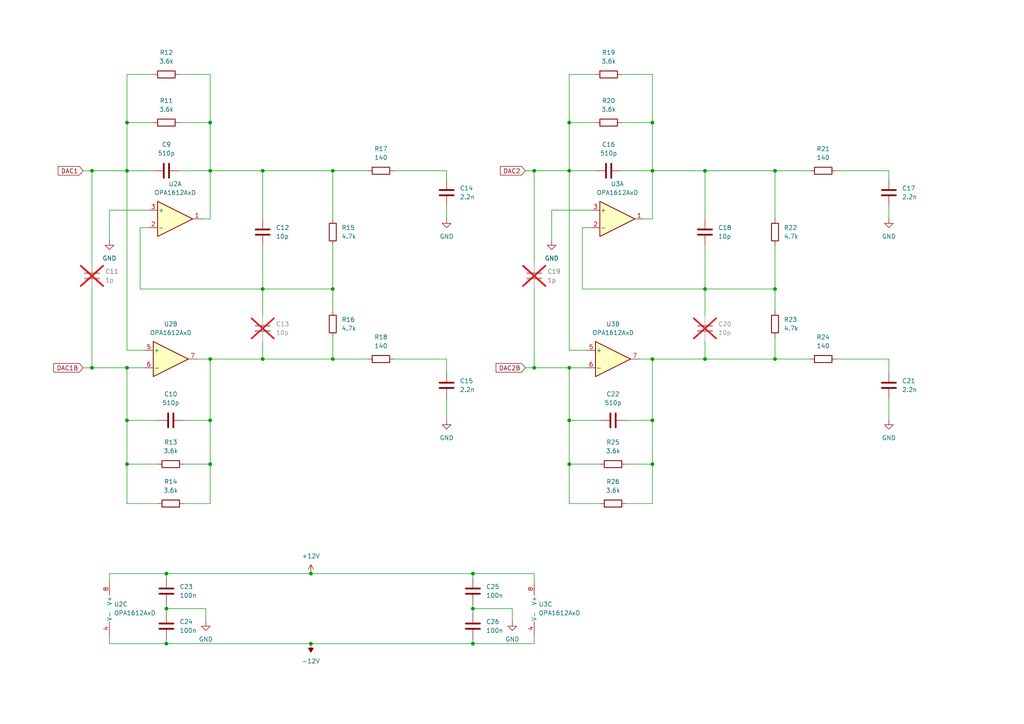
<source format=kicad_sch>
(kicad_sch (version 20250114) (generator "eeschema") (generator_version "9.0")
  (paper "A4")
  (lib_symbols
    (symbol "Amplifier_Operational:OPA1612AxD" (pin_names (offset 0.127))
      (property "Reference" "U" (at 0 5.08 0))
      (property "Value" "OPA1612AxD" (at 0 -5.08 0))
      (symbol "OPA1612AxD_1_1"
        (polyline (pts (xy -5.08 5.08) (xy 5.08 0) (xy -5.08 -5.08) (xy -5.08 5.08)) (stroke (width 0.254)) (fill (type background)))
        (pin input line (at -7.62 2.54 0) (length 2.54) (name "+") (number "3"))
        (pin input line (at -7.62 -2.54 0) (length 2.54) (name "-") (number "2"))
        (pin output line (at 7.62 0 180) (length 2.54) (name "~") (number "1"))
      )
      (symbol "OPA1612AxD_2_1"
        (polyline (pts (xy -5.08 5.08) (xy 5.08 0) (xy -5.08 -5.08) (xy -5.08 5.08)) (stroke (width 0.254)) (fill (type background)))
        (pin input line (at -7.62 2.54 0) (length 2.54) (name "+") (number "5"))
        (pin input line (at -7.62 -2.54 0) (length 2.54) (name "-") (number "6"))
        (pin output line (at 7.62 0 180) (length 2.54) (name "~") (number "7"))
      )
      (symbol "OPA1612AxD_3_1"
        (pin power_in line (at -2.54 7.62 270) (length 3.81) (name "V+") (number "8"))
        (pin power_in line (at -2.54 -7.62 90) (length 3.81) (name "V-") (number "4"))
      )
    )
    (symbol "Device:C" (pin_numbers (hide yes)) (pin_names (offset 0.254))
      (property "Reference" "C" (at 0.635 2.54 0))
      (property "Value" "C" (at 0.635 -2.54 0))
      (symbol "C_0_1"
        (polyline (pts (xy -2.032 0.762) (xy 2.032 0.762)) (stroke (width 0.508)))
        (polyline (pts (xy -2.032 -0.762) (xy 2.032 -0.762)) (stroke (width 0.508)))
      )
      (symbol "C_1_1"
        (pin passive line (at 0 3.81 270) (length 2.794) (name "~") (number "1"))
        (pin passive line (at 0 -3.81 90) (length 2.794) (name "~") (number "2"))
      )
    )
    (symbol "Device:R" (pin_numbers (hide yes)) (pin_names (offset 0))
      (property "Reference" "R" (at 2.032 0 90))
      (property "Value" "R" (at 0 0 90))
      (symbol "R_0_1"
        (rectangle (start -1.016 -2.54) (end 1.016 2.54) (stroke (width 0.254)))
      )
      (symbol "R_1_1"
        (pin passive line (at 0 3.81 270) (length 1.27) (name "~") (number "1"))
        (pin passive line (at 0 -3.81 90) (length 1.27) (name "~") (number "2"))
      )
    )
    (symbol "power:+12V" (power) (pin_numbers (hide yes)) (pin_names (offset 0) (hide yes))
      (property "Value" "+12V" (at 0 3.556 0))
      (symbol "+12V_0_1"
        (polyline (pts (xy -0.762 1.27) (xy 0 2.54)))
        (polyline (pts (xy 0 2.54) (xy 0.762 1.27)))
        (polyline (pts (xy 0 0) (xy 0 2.54)))
      )
      (symbol "+12V_1_1"
        (pin power_in line (at 0 0 90) (length 0) (name "~") (number "1"))
      )
    )
    (symbol "power:-12V" (power) (pin_numbers (hide yes)) (pin_names (offset 0) (hide yes))
      (property "Value" "-12V" (at 0 3.556 0))
      (symbol "-12V_0_0"
        (pin power_in line (at 0 0 90) (length 0) (name "~") (number "1"))
      )
      (symbol "-12V_0_1"
        (polyline (pts (xy 0 0) (xy 0 1.27) (xy 0.762 1.27) (xy 0 2.54) (xy -0.762 1.27) (xy 0 1.27)) (fill (type outline)))
      )
    )
    (symbol "power:GND" (power) (pin_numbers (hide yes)) (pin_names (offset 0) (hide yes))
      (property "Value" "GND" (at 0 -3.81 0))
      (symbol "GND_0_1"
        (polyline (pts (xy 0 0) (xy 0 -1.27) (xy 1.27 -1.27) (xy 0 -2.54) (xy -1.27 -1.27) (xy 0 -1.27)))
      )
      (symbol "GND_1_1"
        (pin power_in line (at 0 0 270) (length 0) (name "~") (number "1"))
      )
    )
    (symbol "power:GNDA" (power) (pin_numbers (hide yes)) (pin_names (offset 0) (hide yes))
      (property "Value" "GNDA" (at 0 -3.81 0))
      (symbol "GNDA_0_1"
        (polyline (pts (xy 0 0) (xy 0 -1.27) (xy 1.27 -1.27) (xy 0 -2.54) (xy -1.27 -1.27) (xy 0 -1.27)))
      )
      (symbol "GNDA_1_1"
        (pin power_in line (at 0 0 270) (length 0) (name "~") (number "1"))
      )
    )
  )
  (junction (at 48.26 176.53))
  (junction (at 48.26 166.37))
  (junction (at 60.96 104.14))
  (junction (at 60.96 121.92))
  (junction (at 60.96 134.62))
  (junction (at 189.23 35.56))
  (junction (at 96.52 104.14))
  (junction (at 224.79 49.53))
  (junction (at 36.83 35.56))
  (junction (at 96.52 83.82))
  (junction (at 224.79 83.82))
  (junction (at 76.2 104.14))
  (junction (at 154.94 49.53))
  (junction (at 96.52 49.53))
  (junction (at 189.23 104.14))
  (junction (at 60.96 49.53))
  (junction (at 204.47 83.82))
  (junction (at 189.23 49.53))
  (junction (at 48.26 186.69))
  (junction (at 204.47 104.14))
  (junction (at 76.2 83.82))
  (junction (at 90.17 166.37))
  (junction (at 36.83 121.92))
  (junction (at 137.16 166.37))
  (junction (at 137.16 186.69))
  (junction (at 36.83 49.53))
  (junction (at 76.2 49.53))
  (junction (at 165.1 35.56))
  (junction (at 165.1 49.53))
  (junction (at 137.16 176.53))
  (junction (at 165.1 106.68))
  (junction (at 224.79 104.14))
  (junction (at 165.1 121.92))
  (junction (at 165.1 134.62))
  (junction (at 26.67 106.68))
  (junction (at 36.83 134.62))
  (junction (at 60.96 35.56))
  (junction (at 26.67 49.53))
  (junction (at 189.23 134.62))
  (junction (at 204.47 49.53))
  (junction (at 90.17 186.69))
  (junction (at 189.23 121.92))
  (junction (at 154.94 106.68))
  (junction (at 36.83 106.68))
  (wire (pts (xy 48.26 176.53) (xy 59.69 176.53)))
  (wire (pts (xy 189.23 104.14) (xy 185.42 104.14)))
  (wire (pts (xy 96.52 49.53) (xy 106.68 49.53)))
  (wire (pts (xy 40.64 83.82) (xy 76.2 83.82)))
  (wire (pts (xy 43.18 60.96) (xy 31.75 60.96)))
  (wire (pts (xy 60.96 104.14) (xy 57.15 104.14)))
  (wire (pts (xy 137.16 176.53) (xy 137.16 177.8)))
  (wire (pts (xy 48.26 185.42) (xy 48.26 186.69)))
  (wire (pts (xy 165.1 101.6) (xy 170.18 101.6)))
  (wire (pts (xy 45.72 134.62) (xy 36.83 134.62)))
  (wire (pts (xy 204.47 83.82) (xy 224.79 83.82)))
  (wire (pts (xy 137.16 176.53) (xy 148.59 176.53)))
  (wire (pts (xy 60.96 49.53) (xy 76.2 49.53)))
  (wire (pts (xy 40.64 66.04) (xy 40.64 83.82)))
  (wire (pts (xy 165.1 35.56) (xy 172.72 35.56)))
  (wire (pts (xy 242.57 49.53) (xy 257.81 49.53)))
  (wire (pts (xy 154.94 166.37) (xy 154.94 168.91)))
  (wire (pts (xy 76.2 49.53) (xy 96.52 49.53)))
  (wire (pts (xy 204.47 104.14) (xy 224.79 104.14)))
  (wire (pts (xy 224.79 97.79) (xy 224.79 104.14)))
  (wire (pts (xy 160.02 60.96) (xy 160.02 69.85)))
  (wire (pts (xy 36.83 121.92) (xy 36.83 134.62)))
  (wire (pts (xy 48.26 186.69) (xy 31.75 186.69)))
  (wire (pts (xy 204.47 99.06) (xy 204.47 104.14)))
  (wire (pts (xy 60.96 134.62) (xy 60.96 121.92)))
  (wire (pts (xy 76.2 71.12) (xy 76.2 83.82)))
  (wire (pts (xy 52.07 35.56) (xy 60.96 35.56)))
  (wire (pts (xy 43.18 66.04) (xy 40.64 66.04)))
  (wire (pts (xy 129.54 121.92) (xy 129.54 115.57)))
  (wire (pts (xy 26.67 106.68) (xy 36.83 106.68)))
  (wire (pts (xy 204.47 49.53) (xy 204.47 63.5)))
  (wire (pts (xy 154.94 106.68) (xy 165.1 106.68)))
  (wire (pts (xy 31.75 168.91) (xy 31.75 166.37)))
  (wire (pts (xy 154.94 49.53) (xy 165.1 49.53)))
  (wire (pts (xy 257.81 107.95) (xy 257.81 104.14)))
  (wire (pts (xy 60.96 134.62) (xy 53.34 134.62)))
  (wire (pts (xy 76.2 83.82) (xy 76.2 91.44)))
  (wire (pts (xy 165.1 134.62) (xy 165.1 146.05)))
  (wire (pts (xy 96.52 71.12) (xy 96.52 83.82)))
  (wire (pts (xy 180.34 21.59) (xy 189.23 21.59)))
  (wire (pts (xy 180.34 35.56) (xy 189.23 35.56)))
  (wire (pts (xy 137.16 175.26) (xy 137.16 176.53)))
  (wire (pts (xy 60.96 21.59) (xy 60.96 35.56)))
  (wire (pts (xy 76.2 83.82) (xy 96.52 83.82)))
  (wire (pts (xy 60.96 49.53) (xy 60.96 63.5)))
  (wire (pts (xy 96.52 83.82) (xy 96.52 90.17)))
  (wire (pts (xy 204.47 71.12) (xy 204.47 83.82)))
  (wire (pts (xy 96.52 49.53) (xy 96.52 63.5)))
  (wire (pts (xy 154.94 184.15) (xy 154.94 186.69)))
  (wire (pts (xy 48.26 166.37) (xy 48.26 167.64)))
  (wire (pts (xy 36.83 49.53) (xy 36.83 101.6)))
  (wire (pts (xy 204.47 49.53) (xy 224.79 49.53)))
  (wire (pts (xy 154.94 83.82) (xy 154.94 106.68)))
  (wire (pts (xy 154.94 186.69) (xy 137.16 186.69)))
  (wire (pts (xy 31.75 186.69) (xy 31.75 184.15)))
  (wire (pts (xy 189.23 121.92) (xy 189.23 104.14)))
  (wire (pts (xy 53.34 146.05) (xy 60.96 146.05)))
  (wire (pts (xy 257.81 121.92) (xy 257.81 115.57)))
  (wire (pts (xy 24.13 106.68) (xy 26.67 106.68)))
  (wire (pts (xy 189.23 134.62) (xy 189.23 121.92)))
  (wire (pts (xy 76.2 49.53) (xy 76.2 63.5)))
  (wire (pts (xy 165.1 121.92) (xy 165.1 134.62)))
  (wire (pts (xy 137.16 186.69) (xy 90.17 186.69)))
  (wire (pts (xy 129.54 59.69) (xy 129.54 63.5)))
  (wire (pts (xy 137.16 166.37) (xy 137.16 167.64)))
  (wire (pts (xy 90.17 186.69) (xy 48.26 186.69)))
  (wire (pts (xy 171.45 66.04) (xy 168.91 66.04)))
  (wire (pts (xy 224.79 49.53) (xy 234.95 49.53)))
  (wire (pts (xy 60.96 63.5) (xy 58.42 63.5)))
  (wire (pts (xy 168.91 83.82) (xy 204.47 83.82)))
  (wire (pts (xy 165.1 49.53) (xy 165.1 35.56)))
  (wire (pts (xy 171.45 60.96) (xy 160.02 60.96)))
  (wire (pts (xy 165.1 121.92) (xy 173.99 121.92)))
  (wire (pts (xy 257.81 49.53) (xy 257.81 52.07)))
  (wire (pts (xy 96.52 104.14) (xy 106.68 104.14)))
  (wire (pts (xy 36.83 21.59) (xy 44.45 21.59)))
  (wire (pts (xy 189.23 35.56) (xy 189.23 49.53)))
  (wire (pts (xy 26.67 49.53) (xy 26.67 76.2)))
  (wire (pts (xy 257.81 59.69) (xy 257.81 63.5)))
  (wire (pts (xy 154.94 49.53) (xy 154.94 76.2)))
  (wire (pts (xy 114.3 49.53) (xy 129.54 49.53)))
  (wire (pts (xy 224.79 104.14) (xy 234.95 104.14)))
  (wire (pts (xy 24.13 49.53) (xy 26.67 49.53)))
  (wire (pts (xy 165.1 35.56) (xy 165.1 21.59)))
  (wire (pts (xy 204.47 83.82) (xy 204.47 91.44)))
  (wire (pts (xy 224.79 49.53) (xy 224.79 63.5)))
  (wire (pts (xy 170.18 106.68) (xy 165.1 106.68)))
  (wire (pts (xy 76.2 99.06) (xy 76.2 104.14)))
  (wire (pts (xy 31.75 166.37) (xy 48.26 166.37)))
  (wire (pts (xy 36.83 146.05) (xy 45.72 146.05)))
  (wire (pts (xy 36.83 49.53) (xy 44.45 49.53)))
  (wire (pts (xy 173.99 134.62) (xy 165.1 134.62)))
  (wire (pts (xy 189.23 63.5) (xy 186.69 63.5)))
  (wire (pts (xy 137.16 185.42) (xy 137.16 186.69)))
  (wire (pts (xy 36.83 35.56) (xy 44.45 35.56)))
  (wire (pts (xy 137.16 166.37) (xy 154.94 166.37)))
  (wire (pts (xy 152.4 106.68) (xy 154.94 106.68)))
  (wire (pts (xy 76.2 104.14) (xy 96.52 104.14)))
  (wire (pts (xy 48.26 176.53) (xy 48.26 177.8)))
  (wire (pts (xy 224.79 71.12) (xy 224.79 83.82)))
  (wire (pts (xy 60.96 146.05) (xy 60.96 134.62)))
  (wire (pts (xy 31.75 60.96) (xy 31.75 69.85)))
  (wire (pts (xy 165.1 49.53) (xy 165.1 101.6)))
  (wire (pts (xy 60.96 35.56) (xy 60.96 49.53)))
  (wire (pts (xy 165.1 106.68) (xy 165.1 121.92)))
  (wire (pts (xy 36.83 101.6) (xy 41.91 101.6)))
  (wire (pts (xy 189.23 134.62) (xy 181.61 134.62)))
  (wire (pts (xy 53.34 121.92) (xy 60.96 121.92)))
  (wire (pts (xy 52.07 49.53) (xy 60.96 49.53)))
  (wire (pts (xy 168.91 66.04) (xy 168.91 83.82)))
  (wire (pts (xy 129.54 107.95) (xy 129.54 104.14)))
  (wire (pts (xy 189.23 49.53) (xy 189.23 63.5)))
  (wire (pts (xy 26.67 49.53) (xy 36.83 49.53)))
  (wire (pts (xy 181.61 121.92) (xy 189.23 121.92)))
  (wire (pts (xy 165.1 49.53) (xy 172.72 49.53)))
  (wire (pts (xy 59.69 176.53) (xy 59.69 180.34)))
  (wire (pts (xy 181.61 146.05) (xy 189.23 146.05)))
  (wire (pts (xy 165.1 146.05) (xy 173.99 146.05)))
  (wire (pts (xy 41.91 106.68) (xy 36.83 106.68)))
  (wire (pts (xy 224.79 83.82) (xy 224.79 90.17)))
  (wire (pts (xy 60.96 104.14) (xy 76.2 104.14)))
  (wire (pts (xy 129.54 49.53) (xy 129.54 52.07)))
  (wire (pts (xy 48.26 175.26) (xy 48.26 176.53)))
  (wire (pts (xy 36.83 134.62) (xy 36.83 146.05)))
  (wire (pts (xy 165.1 21.59) (xy 172.72 21.59)))
  (wire (pts (xy 96.52 97.79) (xy 96.52 104.14)))
  (wire (pts (xy 189.23 21.59) (xy 189.23 35.56)))
  (wire (pts (xy 148.59 176.53) (xy 148.59 180.34)))
  (wire (pts (xy 189.23 146.05) (xy 189.23 134.62)))
  (wire (pts (xy 26.67 83.82) (xy 26.67 106.68)))
  (wire (pts (xy 48.26 166.37) (xy 90.17 166.37)))
  (wire (pts (xy 242.57 104.14) (xy 257.81 104.14)))
  (wire (pts (xy 90.17 166.37) (xy 137.16 166.37)))
  (wire (pts (xy 60.96 121.92) (xy 60.96 104.14)))
  (wire (pts (xy 36.83 35.56) (xy 36.83 21.59)))
  (wire (pts (xy 152.4 49.53) (xy 154.94 49.53)))
  (wire (pts (xy 52.07 21.59) (xy 60.96 21.59)))
  (wire (pts (xy 189.23 104.14) (xy 204.47 104.14)))
  (wire (pts (xy 180.34 49.53) (xy 189.23 49.53)))
  (wire (pts (xy 36.83 121.92) (xy 45.72 121.92)))
  (wire (pts (xy 189.23 49.53) (xy 204.47 49.53)))
  (wire (pts (xy 36.83 106.68) (xy 36.83 121.92)))
  (wire (pts (xy 114.3 104.14) (xy 129.54 104.14)))
  (wire (pts (xy 36.83 49.53) (xy 36.83 35.56)))
  (global_label "DAC1" (shape input) (at 24.13 49.53 180) (property "Intersheetrefs" "${INTERSHEET_REFS}" (effects (hide yes))))
  (global_label "DAC2B" (shape input) (at 152.4 106.68 180) (property "Intersheetrefs" "${INTERSHEET_REFS}" (effects (hide yes))))
  (global_label "DAC1B" (shape input) (at 24.13 106.68 180) (property "Intersheetrefs" "${INTERSHEET_REFS}" (effects (hide yes))))
  (global_label "DAC2" (shape input) (at 152.4 49.53 180) (property "Intersheetrefs" "${INTERSHEET_REFS}" (effects (hide yes))))
  (symbol (lib_id "Device:R") (at 224.79 93.98 180) (unit 1)
    (property "Reference" "R23" (at 227.33 92.7099 0) (effects (justify right)))
    (property "Value" "4.7k" (at 227.33 95.2499 0) (effects (justify right)))
    (property "Footprint" "Resistor_SMD:R_0603_1608Metric_Pad0.98x0.95mm_HandSolder" (effects (hide yes)))
    (property "Description" "Resistor" (effects (hide yes)))
  )
  (symbol (lib_id "Device:R") (at 238.76 104.14 90) (unit 1)
    (property "Reference" "R24" (at 238.76 97.79 90))
    (property "Value" "140" (at 238.76 100.33 90))
    (property "Footprint" "Resistor_SMD:R_0603_1608Metric_Pad0.98x0.95mm_HandSolder" (effects (hide yes)))
    (property "Description" "Resistor" (effects (hide yes)))
  )
  (symbol (lib_id "Device:C") (at 177.8 121.92 90) (unit 1)
    (property "Reference" "C22" (at 177.8 114.3 90))
    (property "Value" "510p" (at 177.8 116.84 90))
    (property "Footprint" "Capacitor_SMD:C_0603_1608Metric" (effects (hide yes)))
    (property "Description" "Unpolarized capacitor" (effects (hide yes)))
  )
  (symbol (lib_id "Device:C") (at 48.26 49.53 90) (unit 1)
    (property "Reference" "C9" (at 48.26 41.91 90))
    (property "Value" "510p" (at 48.26 44.45 90))
    (property "Footprint" "Capacitor_SMD:C_0603_1608Metric" (effects (hide yes)))
    (property "Description" "Unpolarized capacitor" (effects (hide yes)))
  )
  (symbol (lib_id "Device:R") (at 224.79 67.31 180) (unit 1)
    (property "Reference" "R22" (at 227.33 66.0399 0) (effects (justify right)))
    (property "Value" "4.7k" (at 227.33 68.5799 0) (effects (justify right)))
    (property "Footprint" "Resistor_SMD:R_0603_1608Metric_Pad0.98x0.95mm_HandSolder" (effects (hide yes)))
    (property "Description" "Resistor" (effects (hide yes)))
  )
  (symbol (lib_id "Device:R") (at 96.52 67.31 180) (unit 1)
    (property "Reference" "R15" (at 99.06 66.0399 0) (effects (justify right)))
    (property "Value" "4.7k" (at 99.06 68.5799 0) (effects (justify right)))
    (property "Footprint" "Resistor_SMD:R_0603_1608Metric_Pad0.98x0.95mm_HandSolder" (effects (hide yes)))
    (property "Description" "Resistor" (effects (hide yes)))
  )
  (symbol (lib_id "Device:C") (at 76.2 95.25 180) (unit 1) (dnp yes)
    (property "Reference" "C13" (at 80.01 93.9799 0) (effects (justify right)))
    (property "Value" "10p" (at 80.01 96.5199 0) (effects (justify right)))
    (property "Footprint" "Capacitor_SMD:C_0603_1608Metric" (effects (hide yes)))
    (property "Description" "Unpolarized capacitor" (effects (hide yes)))
  )
  (symbol (lib_id "Device:C") (at 48.26 171.45 180) (unit 1)
    (property "Reference" "C23" (at 52.07 170.1799 0) (effects (justify right)))
    (property "Value" "100n" (at 52.07 172.7199 0) (effects (justify right)))
    (property "Footprint" "Capacitor_SMD:C_0603_1608Metric" (effects (hide yes)))
    (property "Description" "Unpolarized capacitor" (effects (hide yes)))
  )
  (symbol (lib_id "Amplifier_Operational:OPA1612AxD") (at 34.29 176.53 0) (unit 3)
    (property "Reference" "U2" (at 33.02 175.2599 0) (effects (justify left)))
    (property "Value" "OPA1612AxD" (at 33.02 177.7999 0) (effects (justify left)))
    (property "Footprint" "Package_SO:SOIC-8_3.9x4.9mm_P1.27mm" (effects (hide yes)))
    (property "Datasheet" "http://www.ti.com/lit/ds/symlink/opa1612.pdf" (effects (hide yes)))
    (property "Description" "Dual SoundPlus High Performance, Bipolar-Input Audio Operational Amplifiers, SOIC-8" (effects (hide yes)))
  )
  (symbol (lib_id "power:GNDA") (at 31.75 69.85 0) (unit 1)
    (property "Reference" "#PWR013" (effects (hide yes)))
    (property "Value" "GND" (at 31.75 74.93 0))
    (property "Description" "Power symbol creates a global label with name \"GNDA\" , analog ground" (effects (hide yes)))
  )
  (symbol (lib_id "Device:C") (at 49.53 121.92 90) (unit 1)
    (property "Reference" "C10" (at 49.53 114.3 90))
    (property "Value" "510p" (at 49.53 116.84 90))
    (property "Footprint" "Capacitor_SMD:C_0603_1608Metric" (effects (hide yes)))
    (property "Description" "Unpolarized capacitor" (effects (hide yes)))
  )
  (symbol (lib_id "power:GNDA") (at 257.81 63.5 0) (unit 1)
    (property "Reference" "#PWR016" (effects (hide yes)))
    (property "Value" "GND" (at 257.81 68.58 0))
    (property "Description" "Power symbol creates a global label with name \"GNDA\" , analog ground" (effects (hide yes)))
  )
  (symbol (lib_id "power:GNDA") (at 129.54 121.92 0) (unit 1)
    (property "Reference" "#PWR015" (effects (hide yes)))
    (property "Value" "GND" (at 129.54 127 0))
    (property "Description" "Power symbol creates a global label with name \"GNDA\" , analog ground" (effects (hide yes)))
  )
  (symbol (lib_id "Device:R") (at 177.8 146.05 90) (unit 1)
    (property "Reference" "R26" (at 177.8 139.7 90))
    (property "Value" "3.6k" (at 177.8 142.24 90))
    (property "Footprint" "Resistor_SMD:R_0603_1608Metric_Pad0.98x0.95mm_HandSolder" (effects (hide yes)))
    (property "Description" "Resistor" (effects (hide yes)))
  )
  (symbol (lib_id "power:GND") (at 148.59 180.34 0) (unit 1)
    (property "Reference" "#PWR022" (effects (hide yes)))
    (property "Value" "GND" (at 148.59 185.42 0))
    (property "Description" "Power symbol creates a global label with name \"GND\" , ground" (effects (hide yes)))
  )
  (symbol (lib_id "Device:C") (at 154.94 80.01 180) (unit 1) (dnp yes)
    (property "Reference" "C19" (at 158.75 78.7399 0) (effects (justify right)))
    (property "Value" "1p" (at 158.75 81.2799 0) (effects (justify right)))
    (property "Footprint" "Capacitor_SMD:C_0603_1608Metric" (effects (hide yes)))
    (property "Description" "Unpolarized capacitor" (effects (hide yes)))
  )
  (symbol (lib_id "Device:C") (at 48.26 181.61 180) (unit 1)
    (property "Reference" "C24" (at 52.07 180.3399 0) (effects (justify right)))
    (property "Value" "100n" (at 52.07 182.8799 0) (effects (justify right)))
    (property "Footprint" "Capacitor_SMD:C_0603_1608Metric" (effects (hide yes)))
    (property "Description" "Unpolarized capacitor" (effects (hide yes)))
  )
  (symbol (lib_id "power:+12V") (at 90.17 166.37 0) (unit 1)
    (property "Reference" "#PWR019" (effects (hide yes)))
    (property "Value" "+12V" (at 90.17 161.29 0))
    (property "Description" "Power symbol creates a global label with name \"+12V\"" (effects (hide yes)))
  )
  (symbol (lib_id "power:GNDA") (at 129.54 63.5 0) (unit 1)
    (property "Reference" "#PWR014" (effects (hide yes)))
    (property "Value" "GND" (at 129.54 68.58 0))
    (property "Description" "Power symbol creates a global label with name \"GNDA\" , analog ground" (effects (hide yes)))
  )
  (symbol (lib_id "Device:R") (at 177.8 134.62 90) (unit 1)
    (property "Reference" "R25" (at 177.8 128.27 90))
    (property "Value" "3.6k" (at 177.8 130.81 90))
    (property "Footprint" "Resistor_SMD:R_0603_1608Metric_Pad0.98x0.95mm_HandSolder" (effects (hide yes)))
    (property "Description" "Resistor" (effects (hide yes)))
  )
  (symbol (lib_id "Device:C") (at 76.2 67.31 180) (unit 1)
    (property "Reference" "C12" (at 80.01 66.0399 0) (effects (justify right)))
    (property "Value" "10p" (at 80.01 68.5799 0) (effects (justify right)))
    (property "Footprint" "Capacitor_SMD:C_0603_1608Metric" (effects (hide yes)))
    (property "Description" "Unpolarized capacitor" (effects (hide yes)))
  )
  (symbol (lib_id "Amplifier_Operational:OPA1612AxD") (at 157.48 176.53 0) (unit 3)
    (property "Reference" "U3" (at 156.21 175.2599 0) (effects (justify left)))
    (property "Value" "OPA1612AxD" (at 156.21 177.7999 0) (effects (justify left)))
    (property "Footprint" "Package_SO:SOIC-8_3.9x4.9mm_P1.27mm" (effects (hide yes)))
    (property "Datasheet" "http://www.ti.com/lit/ds/symlink/opa1612.pdf" (effects (hide yes)))
    (property "Description" "Dual SoundPlus High Performance, Bipolar-Input Audio Operational Amplifiers, SOIC-8" (effects (hide yes)))
  )
  (symbol (lib_id "power:GNDA") (at 160.02 69.85 0) (unit 1)
    (property "Reference" "#PWR017" (effects (hide yes)))
    (property "Value" "GND" (at 160.02 74.93 0))
    (property "Description" "Power symbol creates a global label with name \"GNDA\" , analog ground" (effects (hide yes)))
  )
  (symbol (lib_id "Device:R") (at 176.53 35.56 90) (unit 1)
    (property "Reference" "R20" (at 176.53 29.21 90))
    (property "Value" "3.6k" (at 176.53 31.75 90))
    (property "Footprint" "Resistor_SMD:R_0603_1608Metric_Pad0.98x0.95mm_HandSolder" (effects (hide yes)))
    (property "Description" "Resistor" (effects (hide yes)))
  )
  (symbol (lib_id "Device:R") (at 48.26 21.59 90) (unit 1)
    (property "Reference" "R12" (at 48.26 15.24 90))
    (property "Value" "3.6k" (at 48.26 17.78 90))
    (property "Footprint" "Resistor_SMD:R_0603_1608Metric_Pad0.98x0.95mm_HandSolder" (effects (hide yes)))
    (property "Description" "Resistor" (effects (hide yes)))
  )
  (symbol (lib_id "Device:R") (at 49.53 134.62 90) (unit 1)
    (property "Reference" "R13" (at 49.53 128.27 90))
    (property "Value" "3.6k" (at 49.53 130.81 90))
    (property "Footprint" "Resistor_SMD:R_0603_1608Metric_Pad0.98x0.95mm_HandSolder" (effects (hide yes)))
    (property "Description" "Resistor" (effects (hide yes)))
  )
  (symbol (lib_id "Device:R") (at 110.49 49.53 90) (unit 1)
    (property "Reference" "R17" (at 110.49 43.18 90))
    (property "Value" "140" (at 110.49 45.72 90))
    (property "Footprint" "Resistor_SMD:R_0603_1608Metric_Pad0.98x0.95mm_HandSolder" (effects (hide yes)))
    (property "Description" "Resistor" (effects (hide yes)))
  )
  (symbol (lib_id "Device:R") (at 48.26 35.56 90) (unit 1)
    (property "Reference" "R11" (at 48.26 29.21 90))
    (property "Value" "3.6k" (at 48.26 31.75 90))
    (property "Footprint" "Resistor_SMD:R_0603_1608Metric_Pad0.98x0.95mm_HandSolder" (effects (hide yes)))
    (property "Description" "Resistor" (effects (hide yes)))
  )
  (symbol (lib_id "Device:R") (at 176.53 21.59 90) (unit 1)
    (property "Reference" "R19" (at 176.53 15.24 90))
    (property "Value" "3.6k" (at 176.53 17.78 90))
    (property "Footprint" "Resistor_SMD:R_0603_1608Metric_Pad0.98x0.95mm_HandSolder" (effects (hide yes)))
    (property "Description" "Resistor" (effects (hide yes)))
  )
  (symbol (lib_id "power:GNDA") (at 257.81 121.92 0) (unit 1)
    (property "Reference" "#PWR018" (effects (hide yes)))
    (property "Value" "GND" (at 257.81 127 0))
    (property "Description" "Power symbol creates a global label with name \"GNDA\" , analog ground" (effects (hide yes)))
  )
  (symbol (lib_id "Amplifier_Operational:OPA1612AxD") (at 179.07 63.5 0) (unit 1)
    (property "Reference" "U3" (at 179.07 53.34 0))
    (property "Value" "OPA1612AxD" (at 179.07 55.88 0))
    (property "Footprint" "Package_SO:SOIC-8_3.9x4.9mm_P1.27mm" (effects (hide yes)))
    (property "Datasheet" "http://www.ti.com/lit/ds/symlink/opa1612.pdf" (effects (hide yes)))
    (property "Description" "Dual SoundPlus High Performance, Bipolar-Input Audio Operational Amplifiers, SOIC-8" (effects (hide yes)))
  )
  (symbol (lib_id "Amplifier_Operational:OPA1612AxD") (at 177.8 104.14 0) (unit 2)
    (property "Reference" "U3" (at 177.8 93.98 0))
    (property "Value" "OPA1612AxD" (at 177.8 96.52 0))
    (property "Footprint" "Package_SO:SOIC-8_3.9x4.9mm_P1.27mm" (effects (hide yes)))
    (property "Datasheet" "http://www.ti.com/lit/ds/symlink/opa1612.pdf" (effects (hide yes)))
    (property "Description" "Dual SoundPlus High Performance, Bipolar-Input Audio Operational Amplifiers, SOIC-8" (effects (hide yes)))
  )
  (symbol (lib_id "Device:C") (at 257.81 111.76 180) (unit 1)
    (property "Reference" "C21" (at 261.62 110.4899 0) (effects (justify right)))
    (property "Value" "2.2n" (at 261.62 113.0299 0) (effects (justify right)))
    (property "Footprint" "Capacitor_SMD:C_0603_1608Metric" (effects (hide yes)))
    (property "Description" "Unpolarized capacitor" (effects (hide yes)))
  )
  (symbol (lib_id "Device:C") (at 176.53 49.53 90) (unit 1)
    (property "Reference" "C16" (at 176.53 41.91 90))
    (property "Value" "510p" (at 176.53 44.45 90))
    (property "Footprint" "Capacitor_SMD:C_0603_1608Metric" (effects (hide yes)))
    (property "Description" "Unpolarized capacitor" (effects (hide yes)))
  )
  (symbol (lib_id "Device:C") (at 257.81 55.88 180) (unit 1)
    (property "Reference" "C17" (at 261.62 54.6099 0) (effects (justify right)))
    (property "Value" "2.2n" (at 261.62 57.1499 0) (effects (justify right)))
    (property "Footprint" "Capacitor_SMD:C_0603_1608Metric" (effects (hide yes)))
    (property "Description" "Unpolarized capacitor" (effects (hide yes)))
  )
  (symbol (lib_id "Device:C") (at 129.54 55.88 180) (unit 1)
    (property "Reference" "C14" (at 133.35 54.6099 0) (effects (justify right)))
    (property "Value" "2.2n" (at 133.35 57.1499 0) (effects (justify right)))
    (property "Footprint" "Capacitor_SMD:C_0603_1608Metric" (effects (hide yes)))
    (property "Description" "Unpolarized capacitor" (effects (hide yes)))
  )
  (symbol (lib_id "power:-12V") (at 90.17 186.69 180) (unit 1)
    (property "Reference" "#PWR020" (effects (hide yes)))
    (property "Value" "-12V" (at 90.17 191.77 0))
    (property "Description" "Power symbol creates a global label with name \"-12V\"" (effects (hide yes)))
  )
  (symbol (lib_id "power:GND") (at 59.69 180.34 0) (unit 1)
    (property "Reference" "#PWR021" (effects (hide yes)))
    (property "Value" "GND" (at 59.69 185.42 0))
    (property "Description" "Power symbol creates a global label with name \"GND\" , ground" (effects (hide yes)))
  )
  (symbol (lib_id "Amplifier_Operational:OPA1612AxD") (at 49.53 104.14 0) (unit 2)
    (property "Reference" "U2" (at 49.53 93.98 0))
    (property "Value" "OPA1612AxD" (at 49.53 96.52 0))
    (property "Footprint" "Package_SO:SOIC-8_3.9x4.9mm_P1.27mm" (effects (hide yes)))
    (property "Datasheet" "http://www.ti.com/lit/ds/symlink/opa1612.pdf" (effects (hide yes)))
    (property "Description" "Dual SoundPlus High Performance, Bipolar-Input Audio Operational Amplifiers, SOIC-8" (effects (hide yes)))
  )
  (symbol (lib_id "Device:R") (at 110.49 104.14 90) (unit 1)
    (property "Reference" "R18" (at 110.49 97.79 90))
    (property "Value" "140" (at 110.49 100.33 90))
    (property "Footprint" "Resistor_SMD:R_0603_1608Metric_Pad0.98x0.95mm_HandSolder" (effects (hide yes)))
    (property "Description" "Resistor" (effects (hide yes)))
  )
  (symbol (lib_id "Device:R") (at 49.53 146.05 90) (unit 1)
    (property "Reference" "R14" (at 49.53 139.7 90))
    (property "Value" "3.6k" (at 49.53 142.24 90))
    (property "Footprint" "Resistor_SMD:R_0603_1608Metric_Pad0.98x0.95mm_HandSolder" (effects (hide yes)))
    (property "Description" "Resistor" (effects (hide yes)))
  )
  (symbol (lib_id "Device:C") (at 137.16 181.61 180) (unit 1)
    (property "Reference" "C26" (at 140.97 180.3399 0) (effects (justify right)))
    (property "Value" "100n" (at 140.97 182.8799 0) (effects (justify right)))
    (property "Footprint" "Capacitor_SMD:C_0603_1608Metric" (effects (hide yes)))
    (property "Description" "Unpolarized capacitor" (effects (hide yes)))
  )
  (symbol (lib_id "Amplifier_Operational:OPA1612AxD") (at 50.8 63.5 0) (unit 1)
    (property "Reference" "U2" (at 50.8 53.34 0))
    (property "Value" "OPA1612AxD" (at 50.8 55.88 0))
    (property "Footprint" "Package_SO:SOIC-8_3.9x4.9mm_P1.27mm" (effects (hide yes)))
    (property "Datasheet" "http://www.ti.com/lit/ds/symlink/opa1612.pdf" (effects (hide yes)))
    (property "Description" "Dual SoundPlus High Performance, Bipolar-Input Audio Operational Amplifiers, SOIC-8" (effects (hide yes)))
  )
  (symbol (lib_id "Device:R") (at 96.52 93.98 180) (unit 1)
    (property "Reference" "R16" (at 99.06 92.7099 0) (effects (justify right)))
    (property "Value" "4.7k" (at 99.06 95.2499 0) (effects (justify right)))
    (property "Footprint" "Resistor_SMD:R_0603_1608Metric_Pad0.98x0.95mm_HandSolder" (effects (hide yes)))
    (property "Description" "Resistor" (effects (hide yes)))
  )
  (symbol (lib_id "Device:C") (at 204.47 95.25 180) (unit 1) (dnp yes)
    (property "Reference" "C20" (at 208.28 93.9799 0) (effects (justify right)))
    (property "Value" "10p" (at 208.28 96.5199 0) (effects (justify right)))
    (property "Footprint" "Capacitor_SMD:C_0603_1608Metric" (effects (hide yes)))
    (property "Description" "Unpolarized capacitor" (effects (hide yes)))
  )
  (symbol (lib_id "Device:R") (at 238.76 49.53 90) (unit 1)
    (property "Reference" "R21" (at 238.76 43.18 90))
    (property "Value" "140" (at 238.76 45.72 90))
    (property "Footprint" "Resistor_SMD:R_0603_1608Metric_Pad0.98x0.95mm_HandSolder" (effects (hide yes)))
    (property "Description" "Resistor" (effects (hide yes)))
  )
  (symbol (lib_id "Device:C") (at 204.47 67.31 180) (unit 1)
    (property "Reference" "C18" (at 208.28 66.0399 0) (effects (justify right)))
    (property "Value" "10p" (at 208.28 68.5799 0) (effects (justify right)))
    (property "Footprint" "Capacitor_SMD:C_0603_1608Metric" (effects (hide yes)))
    (property "Description" "Unpolarized capacitor" (effects (hide yes)))
  )
  (symbol (lib_id "Device:C") (at 26.67 80.01 180) (unit 1) (dnp yes)
    (property "Reference" "C11" (at 30.48 78.7399 0) (effects (justify right)))
    (property "Value" "1p" (at 30.48 81.2799 0) (effects (justify right)))
    (property "Footprint" "Capacitor_SMD:C_0603_1608Metric" (effects (hide yes)))
    (property "Description" "Unpolarized capacitor" (effects (hide yes)))
  )
  (symbol (lib_id "Device:C") (at 137.16 171.45 180) (unit 1)
    (property "Reference" "C25" (at 140.97 170.1799 0) (effects (justify right)))
    (property "Value" "100n" (at 140.97 172.7199 0) (effects (justify right)))
    (property "Footprint" "Capacitor_SMD:C_0603_1608Metric" (effects (hide yes)))
    (property "Description" "Unpolarized capacitor" (effects (hide yes)))
  )
  (symbol (lib_id "Device:C") (at 129.54 111.76 180) (unit 1)
    (property "Reference" "C15" (at 133.35 110.4899 0) (effects (justify right)))
    (property "Value" "2.2n" (at 133.35 113.0299 0) (effects (justify right)))
    (property "Footprint" "Capacitor_SMD:C_0603_1608Metric" (effects (hide yes)))
    (property "Description" "Unpolarized capacitor" (effects (hide yes)))
  )
)
</source>
